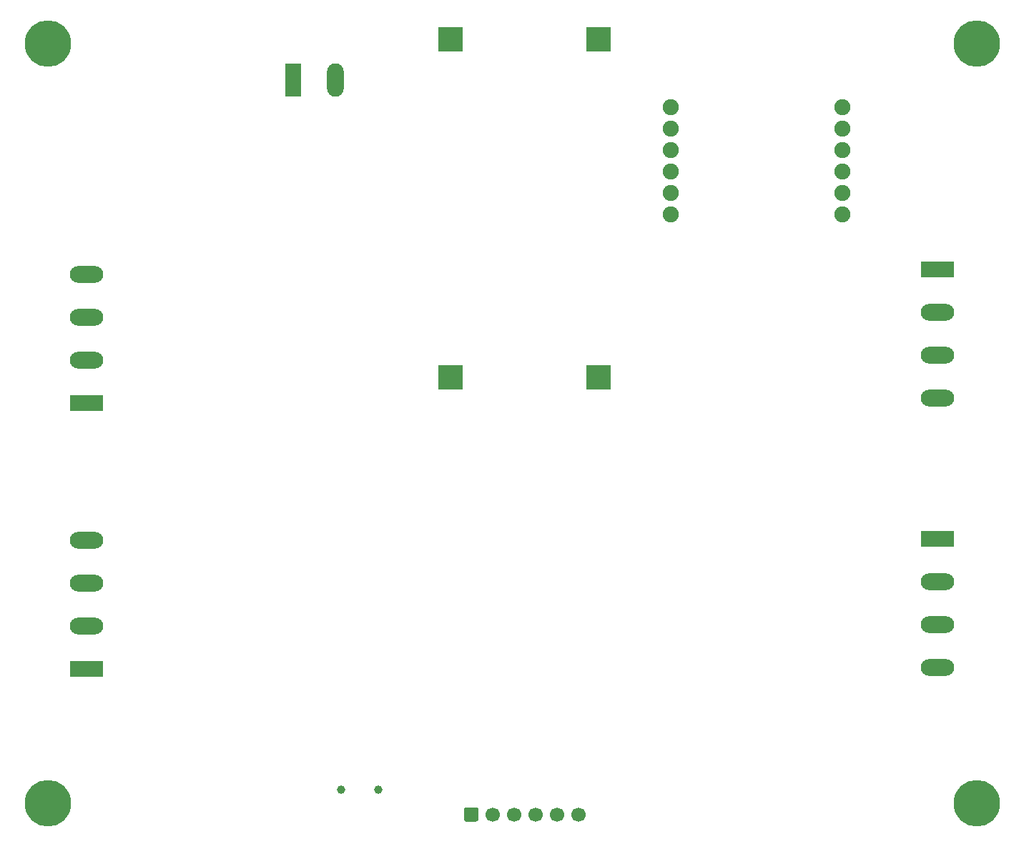
<source format=gbr>
%TF.GenerationSoftware,KiCad,Pcbnew,(5.1.9)-1*%
%TF.CreationDate,2021-03-04T00:36:31+01:00*%
%TF.ProjectId,IO_LINK,494f5f4c-494e-44b2-9e6b-696361645f70,rev?*%
%TF.SameCoordinates,Original*%
%TF.FileFunction,Soldermask,Bot*%
%TF.FilePolarity,Negative*%
%FSLAX46Y46*%
G04 Gerber Fmt 4.6, Leading zero omitted, Abs format (unit mm)*
G04 Created by KiCad (PCBNEW (5.1.9)-1) date 2021-03-04 00:36:31*
%MOMM*%
%LPD*%
G01*
G04 APERTURE LIST*
%ADD10O,1.980000X3.960000*%
%ADD11R,1.980000X3.960000*%
%ADD12C,1.900000*%
%ADD13R,3.960000X1.980000*%
%ADD14O,3.960000X1.980000*%
%ADD15C,1.700000*%
%ADD16C,1.000000*%
%ADD17R,3.000000X3.000000*%
%ADD18C,5.500000*%
%ADD19C,3.600000*%
G04 APERTURE END LIST*
D10*
%TO.C,J1*%
X89056000Y-59358600D03*
D11*
X84056000Y-59358600D03*
%TD*%
D12*
%TO.C,M1*%
X149072700Y-62573200D03*
X149072700Y-65113200D03*
X149072700Y-67653200D03*
X149072700Y-70193200D03*
X149072700Y-72733200D03*
X149072700Y-75273200D03*
X128752700Y-75273200D03*
X128752700Y-70193200D03*
X128752700Y-72733200D03*
X128752700Y-67653200D03*
X128752700Y-65113200D03*
X128752700Y-62573200D03*
%TD*%
D13*
%TO.C,J7*%
X160360660Y-113724880D03*
D14*
X160360660Y-118804880D03*
X160360660Y-123884880D03*
X160360660Y-128964880D03*
%TD*%
D13*
%TO.C,J6*%
X160366020Y-81813240D03*
D14*
X160366020Y-86893240D03*
X160366020Y-91973240D03*
X160366020Y-97053240D03*
%TD*%
D15*
%TO.C,J3*%
X117848500Y-146356700D03*
X115308500Y-146356700D03*
X112768500Y-146356700D03*
X110228500Y-146356700D03*
X107688500Y-146356700D03*
G36*
G01*
X105748500Y-147206700D02*
X104548500Y-147206700D01*
G75*
G02*
X104298500Y-146956700I0J250000D01*
G01*
X104298500Y-145756700D01*
G75*
G02*
X104548500Y-145506700I250000J0D01*
G01*
X105748500Y-145506700D01*
G75*
G02*
X105998500Y-145756700I0J-250000D01*
G01*
X105998500Y-146956700D01*
G75*
G02*
X105748500Y-147206700I-250000J0D01*
G01*
G37*
%TD*%
D14*
%TO.C,J5*%
X59634000Y-113893100D03*
X59634000Y-118973100D03*
X59634000Y-124053100D03*
D13*
X59634000Y-129133100D03*
%TD*%
D14*
%TO.C,J4*%
X59634000Y-82393100D03*
X59634000Y-87473100D03*
X59634000Y-92553100D03*
D13*
X59634000Y-97633100D03*
%TD*%
D16*
%TO.C,J2*%
X89773400Y-143396000D03*
X94173400Y-143396000D03*
%TD*%
D17*
%TO.C,M2*%
X102692300Y-54534100D03*
X120192300Y-94534100D03*
X102692300Y-94534100D03*
X120192300Y-54534100D03*
%TD*%
D18*
%TO.C,H1*%
X55000000Y-55000000D03*
D19*
X55000000Y-55000000D03*
%TD*%
%TO.C,H2*%
X55000000Y-145000000D03*
D18*
X55000000Y-145000000D03*
%TD*%
D19*
%TO.C,H3*%
X165000000Y-55000000D03*
D18*
X165000000Y-55000000D03*
%TD*%
%TO.C,H4*%
X165000000Y-145000000D03*
D19*
X165000000Y-145000000D03*
%TD*%
M02*

</source>
